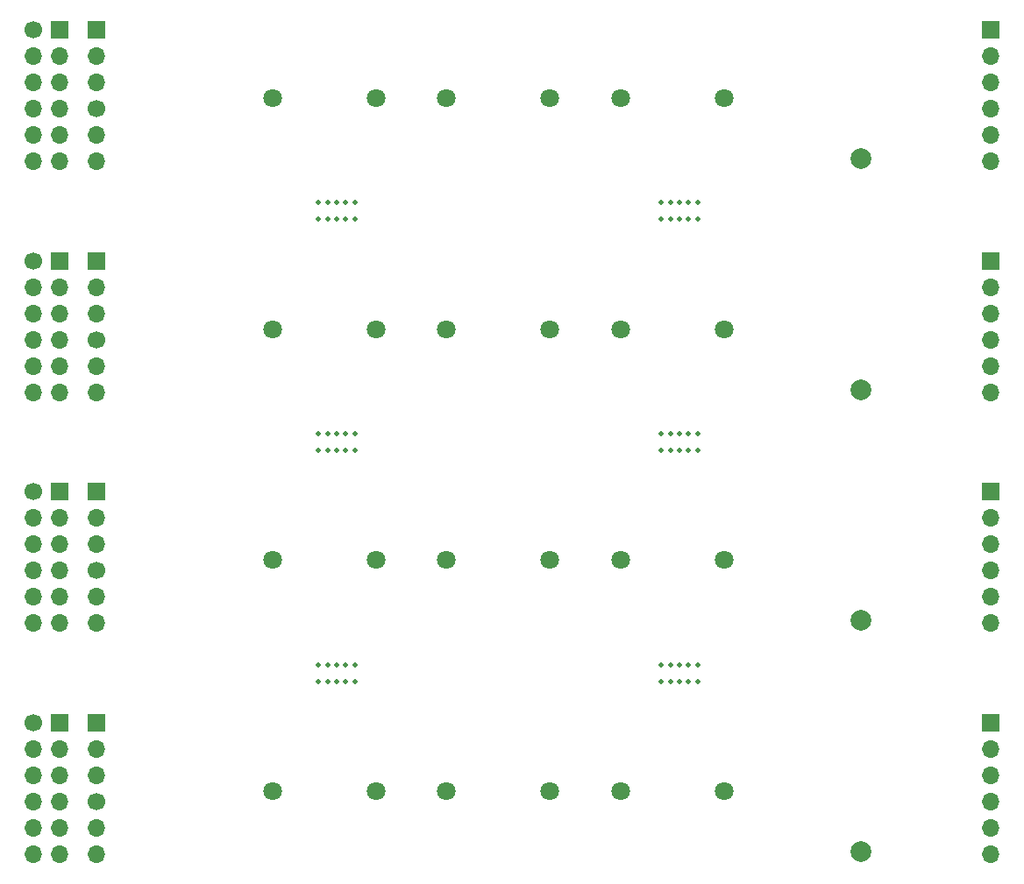
<source format=gbr>
%TF.GenerationSoftware,KiCad,Pcbnew,7.0.2*%
%TF.CreationDate,2023-10-31T00:57:24+09:00*%
%TF.ProjectId,kikit,6b696b69-742e-46b6-9963-61645f706362,rev?*%
%TF.SameCoordinates,Original*%
%TF.FileFunction,Soldermask,Bot*%
%TF.FilePolarity,Negative*%
%FSLAX46Y46*%
G04 Gerber Fmt 4.6, Leading zero omitted, Abs format (unit mm)*
G04 Created by KiCad (PCBNEW 7.0.2) date 2023-10-31 00:57:24*
%MOMM*%
%LPD*%
G01*
G04 APERTURE LIST*
%ADD10C,0.500000*%
%ADD11C,1.700000*%
%ADD12O,1.700000X1.700000*%
%ADD13R,1.700000X1.700000*%
%ADD14C,1.800000*%
%ADD15C,2.000000*%
G04 APERTURE END LIST*
D10*
%TO.C,REF\u002A\u002A*%
X131947667Y-42120000D03*
%TD*%
%TO.C,REF\u002A\u002A*%
X165052333Y-42120000D03*
%TD*%
%TO.C,REF\u002A\u002A*%
X164177333Y-62840000D03*
%TD*%
D11*
%TO.C,REF\u002A\u002A*%
X108749000Y-31430000D03*
D12*
X108749000Y-33970000D03*
X108749000Y-36510000D03*
%TD*%
D13*
%TO.C,J3*%
X108749000Y-90770000D03*
D12*
X108749000Y-93310000D03*
X108749000Y-95850000D03*
%TD*%
D10*
%TO.C,REF\u002A\u002A*%
X131947667Y-62840000D03*
%TD*%
%TO.C,REF\u002A\u002A*%
X165052333Y-64440000D03*
%TD*%
%TO.C,REF\u002A\u002A*%
X132822667Y-40520000D03*
%TD*%
%TO.C,REF\u002A\u002A*%
X131072667Y-42120000D03*
%TD*%
D13*
%TO.C,REF\u002A\u002A*%
X195109000Y-68450000D03*
D12*
X195109000Y-70990000D03*
X195109000Y-73530000D03*
X195109000Y-76070000D03*
X195109000Y-78610000D03*
X195109000Y-81150000D03*
%TD*%
D14*
%TO.C,U3*%
X159375000Y-30414000D03*
X169375000Y-30414000D03*
%TD*%
D10*
%TO.C,REF\u002A\u002A*%
X165927333Y-85160000D03*
%TD*%
D15*
%TO.C,J2*%
X182563000Y-103206000D03*
%TD*%
D10*
%TO.C,REF\u002A\u002A*%
X166802333Y-85160000D03*
%TD*%
%TO.C,REF\u002A\u002A*%
X164177333Y-86760000D03*
%TD*%
%TO.C,REF\u002A\u002A*%
X166802333Y-64440000D03*
%TD*%
%TO.C,REF\u002A\u002A*%
X131072667Y-64440000D03*
%TD*%
D13*
%TO.C,REF\u002A\u002A*%
X195109000Y-90770000D03*
D12*
X195109000Y-93310000D03*
X195109000Y-95850000D03*
X195109000Y-98390000D03*
X195109000Y-100930000D03*
X195109000Y-103470000D03*
%TD*%
D15*
%TO.C,J2*%
X182563000Y-80886000D03*
%TD*%
D14*
%TO.C,U2*%
X142564000Y-52734000D03*
X152564000Y-52734000D03*
%TD*%
%TO.C,U1*%
X125767000Y-97374000D03*
X135767000Y-97374000D03*
%TD*%
%TO.C,U3*%
X159375000Y-97374000D03*
X169375000Y-97374000D03*
%TD*%
%TO.C,U2*%
X142564000Y-75054000D03*
X152564000Y-75054000D03*
%TD*%
D10*
%TO.C,REF\u002A\u002A*%
X133697667Y-86760000D03*
%TD*%
%TO.C,REF\u002A\u002A*%
X131947667Y-86760000D03*
%TD*%
D13*
%TO.C,J1*%
X105192000Y-23810000D03*
D12*
X105192000Y-26350000D03*
X105192000Y-28890000D03*
X105192000Y-31430000D03*
X105192000Y-33970000D03*
X105192000Y-36510000D03*
D11*
X102652000Y-23810000D03*
D12*
X102652000Y-26350000D03*
X102652000Y-28890000D03*
X102652000Y-31430000D03*
X102652000Y-33970000D03*
X102652000Y-36510000D03*
%TD*%
D10*
%TO.C,REF\u002A\u002A*%
X166802333Y-42120000D03*
%TD*%
%TO.C,REF\u002A\u002A*%
X165052333Y-86760000D03*
%TD*%
D14*
%TO.C,U3*%
X159375000Y-75054000D03*
X169375000Y-75054000D03*
%TD*%
D10*
%TO.C,REF\u002A\u002A*%
X131072667Y-62840000D03*
%TD*%
D11*
%TO.C,REF\u002A\u002A*%
X108749000Y-76070000D03*
D12*
X108749000Y-78610000D03*
X108749000Y-81150000D03*
%TD*%
D10*
%TO.C,REF\u002A\u002A*%
X166802333Y-40520000D03*
%TD*%
%TO.C,REF\u002A\u002A*%
X164177333Y-85160000D03*
%TD*%
%TO.C,REF\u002A\u002A*%
X163302333Y-86760000D03*
%TD*%
D13*
%TO.C,J1*%
X105192000Y-90770000D03*
D12*
X105192000Y-93310000D03*
X105192000Y-95850000D03*
X105192000Y-98390000D03*
X105192000Y-100930000D03*
X105192000Y-103470000D03*
D11*
X102652000Y-90770000D03*
D12*
X102652000Y-93310000D03*
X102652000Y-95850000D03*
X102652000Y-98390000D03*
X102652000Y-100930000D03*
X102652000Y-103470000D03*
%TD*%
D10*
%TO.C,REF\u002A\u002A*%
X133697667Y-40520000D03*
%TD*%
%TO.C,REF\u002A\u002A*%
X165927333Y-62840000D03*
%TD*%
%TO.C,REF\u002A\u002A*%
X131072667Y-85160000D03*
%TD*%
D14*
%TO.C,U3*%
X159375000Y-52734000D03*
X169375000Y-52734000D03*
%TD*%
D10*
%TO.C,REF\u002A\u002A*%
X130197667Y-85160000D03*
%TD*%
%TO.C,REF\u002A\u002A*%
X133697667Y-62840000D03*
%TD*%
%TO.C,REF\u002A\u002A*%
X133697667Y-42120000D03*
%TD*%
%TO.C,REF\u002A\u002A*%
X130197667Y-86760000D03*
%TD*%
D11*
%TO.C,REF\u002A\u002A*%
X108749000Y-98390000D03*
D12*
X108749000Y-100930000D03*
X108749000Y-103470000D03*
%TD*%
D10*
%TO.C,REF\u002A\u002A*%
X163302333Y-42120000D03*
%TD*%
%TO.C,REF\u002A\u002A*%
X132822667Y-64440000D03*
%TD*%
D13*
%TO.C,REF\u002A\u002A*%
X195109000Y-46130000D03*
D12*
X195109000Y-48670000D03*
X195109000Y-51210000D03*
X195109000Y-53750000D03*
X195109000Y-56290000D03*
X195109000Y-58830000D03*
%TD*%
D13*
%TO.C,J3*%
X108749000Y-23810000D03*
D12*
X108749000Y-26350000D03*
X108749000Y-28890000D03*
%TD*%
D13*
%TO.C,J3*%
X108749000Y-46130000D03*
D12*
X108749000Y-48670000D03*
X108749000Y-51210000D03*
%TD*%
D14*
%TO.C,U1*%
X125767000Y-75054000D03*
X135767000Y-75054000D03*
%TD*%
D13*
%TO.C,J1*%
X105192000Y-46130000D03*
D12*
X105192000Y-48670000D03*
X105192000Y-51210000D03*
X105192000Y-53750000D03*
X105192000Y-56290000D03*
X105192000Y-58830000D03*
D11*
X102652000Y-46130000D03*
D12*
X102652000Y-48670000D03*
X102652000Y-51210000D03*
X102652000Y-53750000D03*
X102652000Y-56290000D03*
X102652000Y-58830000D03*
%TD*%
D10*
%TO.C,REF\u002A\u002A*%
X163302333Y-85160000D03*
%TD*%
%TO.C,REF\u002A\u002A*%
X133697667Y-64440000D03*
%TD*%
%TO.C,REF\u002A\u002A*%
X163302333Y-40520000D03*
%TD*%
%TO.C,REF\u002A\u002A*%
X166802333Y-86760000D03*
%TD*%
D14*
%TO.C,U1*%
X125767000Y-30414000D03*
X135767000Y-30414000D03*
%TD*%
D10*
%TO.C,REF\u002A\u002A*%
X163302333Y-64440000D03*
%TD*%
%TO.C,REF\u002A\u002A*%
X131072667Y-86760000D03*
%TD*%
%TO.C,REF\u002A\u002A*%
X165052333Y-62840000D03*
%TD*%
%TO.C,REF\u002A\u002A*%
X130197667Y-64440000D03*
%TD*%
%TO.C,REF\u002A\u002A*%
X130197667Y-40520000D03*
%TD*%
%TO.C,REF\u002A\u002A*%
X130197667Y-62840000D03*
%TD*%
D13*
%TO.C,J3*%
X108749000Y-68450000D03*
D12*
X108749000Y-70990000D03*
X108749000Y-73530000D03*
%TD*%
D13*
%TO.C,REF\u002A\u002A*%
X195109000Y-23810000D03*
D12*
X195109000Y-26350000D03*
X195109000Y-28890000D03*
X195109000Y-31430000D03*
X195109000Y-33970000D03*
X195109000Y-36510000D03*
%TD*%
D10*
%TO.C,REF\u002A\u002A*%
X166802333Y-62840000D03*
%TD*%
%TO.C,REF\u002A\u002A*%
X132822667Y-42120000D03*
%TD*%
%TO.C,REF\u002A\u002A*%
X131072667Y-40520000D03*
%TD*%
%TO.C,REF\u002A\u002A*%
X164177333Y-64440000D03*
%TD*%
%TO.C,REF\u002A\u002A*%
X163302333Y-62840000D03*
%TD*%
%TO.C,REF\u002A\u002A*%
X164177333Y-40520000D03*
%TD*%
%TO.C,REF\u002A\u002A*%
X164177333Y-42120000D03*
%TD*%
%TO.C,REF\u002A\u002A*%
X133697667Y-85160000D03*
%TD*%
D14*
%TO.C,U2*%
X142564000Y-97374000D03*
X152564000Y-97374000D03*
%TD*%
D11*
%TO.C,REF\u002A\u002A*%
X108749000Y-53750000D03*
D12*
X108749000Y-56290000D03*
X108749000Y-58830000D03*
%TD*%
D10*
%TO.C,REF\u002A\u002A*%
X165927333Y-40520000D03*
%TD*%
D15*
%TO.C,J2*%
X182563000Y-58566000D03*
%TD*%
D13*
%TO.C,J1*%
X105192000Y-68450000D03*
D12*
X105192000Y-70990000D03*
X105192000Y-73530000D03*
X105192000Y-76070000D03*
X105192000Y-78610000D03*
X105192000Y-81150000D03*
D11*
X102652000Y-68450000D03*
D12*
X102652000Y-70990000D03*
X102652000Y-73530000D03*
X102652000Y-76070000D03*
X102652000Y-78610000D03*
X102652000Y-81150000D03*
%TD*%
D10*
%TO.C,REF\u002A\u002A*%
X165927333Y-86760000D03*
%TD*%
%TO.C,REF\u002A\u002A*%
X132822667Y-62840000D03*
%TD*%
%TO.C,REF\u002A\u002A*%
X130197667Y-42120000D03*
%TD*%
D15*
%TO.C,J2*%
X182563000Y-36246000D03*
%TD*%
D10*
%TO.C,REF\u002A\u002A*%
X132822667Y-86760000D03*
%TD*%
%TO.C,REF\u002A\u002A*%
X165052333Y-40520000D03*
%TD*%
%TO.C,REF\u002A\u002A*%
X165927333Y-42120000D03*
%TD*%
%TO.C,REF\u002A\u002A*%
X165052333Y-85160000D03*
%TD*%
%TO.C,REF\u002A\u002A*%
X132822667Y-85160000D03*
%TD*%
%TO.C,REF\u002A\u002A*%
X131947667Y-64440000D03*
%TD*%
%TO.C,REF\u002A\u002A*%
X131947667Y-40520000D03*
%TD*%
D14*
%TO.C,U1*%
X125767000Y-52734000D03*
X135767000Y-52734000D03*
%TD*%
D10*
%TO.C,REF\u002A\u002A*%
X131947667Y-85160000D03*
%TD*%
%TO.C,REF\u002A\u002A*%
X165927333Y-64440000D03*
%TD*%
D14*
%TO.C,U2*%
X142564000Y-30414000D03*
X152564000Y-30414000D03*
%TD*%
M02*

</source>
